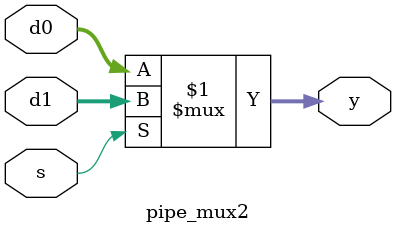
<source format=sv>
module pipe_mux2 #(parameter WIDTH = 8)
(input logic [WIDTH-1:0] d0, d1,
 input logic s,
 output logic [WIDTH-1:0] y);
 
 assign y = s ? d1 : d0;
endmodule


</source>
